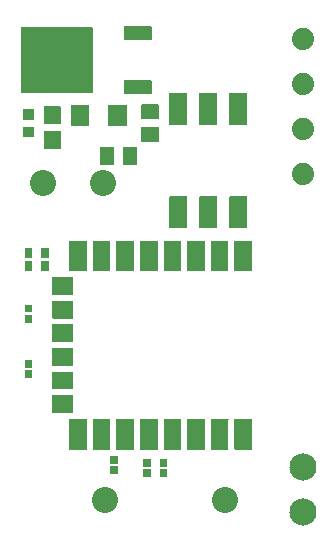
<source format=gts>
G04 Layer: TopSolderMaskLayer*
G04 EasyEDA v6.5.5, 2022-07-05 01:29:27*
G04 53968c1b96fc4b8a88d45afed03194a1,2d51f53f3cf64b0da7006fab460d3095,10*
G04 Gerber Generator version 0.2*
G04 Scale: 100 percent, Rotated: No, Reflected: No *
G04 Dimensions in millimeters *
G04 leading zeros omitted , absolute positions ,4 integer and 5 decimal *
%FSLAX45Y45*%
%MOMM*%

%ADD35C,1.8796*%
%ADD36C,2.3016*%
%ADD46C,2.2032*%

%LPD*%
G36*
X1075499Y4964937D02*
G01*
X1073975Y4965174D01*
X1072451Y4965936D01*
X1071435Y4966952D01*
X1070673Y4968476D01*
X1070419Y4970000D01*
X1070355Y4970018D01*
X1070355Y5110987D01*
X1070419Y5111000D01*
X1070673Y5112524D01*
X1071435Y5114048D01*
X1072451Y5115064D01*
X1073975Y5115826D01*
X1075499Y5116068D01*
X1210500Y5116068D01*
X1212024Y5115826D01*
X1213548Y5115064D01*
X1214564Y5114048D01*
X1215326Y5112524D01*
X1215580Y5111000D01*
X1215644Y5110987D01*
X1215644Y4970018D01*
X1215580Y4970000D01*
X1215326Y4968476D01*
X1214564Y4966952D01*
X1213548Y4965936D01*
X1212024Y4965174D01*
X1210500Y4964937D01*
G37*
G36*
X1075499Y5170931D02*
G01*
X1073975Y5171173D01*
X1072451Y5171935D01*
X1071435Y5172951D01*
X1070673Y5174475D01*
X1070419Y5175999D01*
X1070355Y5176012D01*
X1070355Y5316981D01*
X1070419Y5316999D01*
X1070673Y5318523D01*
X1071435Y5320047D01*
X1072451Y5321063D01*
X1073975Y5321825D01*
X1075499Y5322062D01*
X1210500Y5322062D01*
X1212024Y5321825D01*
X1213548Y5321063D01*
X1214564Y5320047D01*
X1215326Y5318523D01*
X1215580Y5316999D01*
X1215644Y5316981D01*
X1215644Y5176012D01*
X1215580Y5175999D01*
X1215326Y5174475D01*
X1214564Y5172951D01*
X1213548Y5171935D01*
X1212024Y5171173D01*
X1210500Y5170931D01*
G37*
G36*
X1621701Y5153619D02*
G01*
X1620177Y5153873D01*
X1618653Y5154635D01*
X1617637Y5155651D01*
X1616875Y5157175D01*
X1616621Y5158699D01*
X1616710Y5158739D01*
X1616710Y5331460D01*
X1616621Y5331500D01*
X1616875Y5333024D01*
X1617637Y5334548D01*
X1618653Y5335564D01*
X1620177Y5336326D01*
X1621701Y5336580D01*
X1621789Y5336539D01*
X1770126Y5336539D01*
X1770199Y5336580D01*
X1771723Y5336326D01*
X1773247Y5335564D01*
X1774263Y5334548D01*
X1775025Y5333024D01*
X1775279Y5331500D01*
X1775205Y5331460D01*
X1775205Y5158739D01*
X1775279Y5158699D01*
X1775025Y5157175D01*
X1774263Y5155651D01*
X1773247Y5154635D01*
X1771723Y5153873D01*
X1770199Y5153619D01*
X1770126Y5153660D01*
X1621789Y5153660D01*
G37*
G36*
X1303200Y5153619D02*
G01*
X1301676Y5153873D01*
X1300152Y5154635D01*
X1299136Y5155651D01*
X1298374Y5157175D01*
X1298120Y5158699D01*
X1298194Y5158739D01*
X1298194Y5331460D01*
X1298120Y5331500D01*
X1298374Y5333024D01*
X1299136Y5334548D01*
X1300152Y5335564D01*
X1301676Y5336326D01*
X1303200Y5336580D01*
X1303273Y5336539D01*
X1451610Y5336539D01*
X1451698Y5336580D01*
X1453222Y5336326D01*
X1454746Y5335564D01*
X1455762Y5334548D01*
X1456524Y5333024D01*
X1456778Y5331500D01*
X1456689Y5331460D01*
X1456689Y5158739D01*
X1456778Y5158699D01*
X1456524Y5157175D01*
X1455762Y5155651D01*
X1454746Y5154635D01*
X1453222Y5153873D01*
X1451698Y5153619D01*
X1451610Y5153660D01*
X1303273Y5153660D01*
G37*
G36*
X912799Y3926809D02*
G01*
X911275Y3927063D01*
X909751Y3927825D01*
X908735Y3928841D01*
X907973Y3930365D01*
X907719Y3931889D01*
X907795Y3931920D01*
X907795Y4010913D01*
X907719Y4010898D01*
X907973Y4012422D01*
X908735Y4013946D01*
X909751Y4014962D01*
X911275Y4015724D01*
X912799Y4015978D01*
X912876Y4015994D01*
X966723Y4015994D01*
X966800Y4015978D01*
X968324Y4015724D01*
X969848Y4014962D01*
X970864Y4013946D01*
X971626Y4012422D01*
X971880Y4010898D01*
X971804Y4010913D01*
X971804Y3931920D01*
X971880Y3931889D01*
X971626Y3930365D01*
X970864Y3928841D01*
X969848Y3927825D01*
X968324Y3927063D01*
X966800Y3926809D01*
X966723Y3926839D01*
X912876Y3926839D01*
G37*
G36*
X912876Y4035805D02*
G01*
X912799Y4035821D01*
X911275Y4036075D01*
X909751Y4036837D01*
X908735Y4037853D01*
X907973Y4039377D01*
X907719Y4040901D01*
X907795Y4040886D01*
X907795Y4119879D01*
X907719Y4119910D01*
X907973Y4121434D01*
X908735Y4122958D01*
X909751Y4123974D01*
X911275Y4124736D01*
X912799Y4124990D01*
X912876Y4124960D01*
X966723Y4124960D01*
X966800Y4124990D01*
X968324Y4124736D01*
X969848Y4123974D01*
X970864Y4122958D01*
X971626Y4121434D01*
X971880Y4119910D01*
X971804Y4119879D01*
X971804Y4040886D01*
X971880Y4040901D01*
X971626Y4039377D01*
X970864Y4037853D01*
X969848Y4036837D01*
X968324Y4036075D01*
X966800Y4035821D01*
X966723Y4035805D01*
G37*
G36*
X1052499Y3926809D02*
G01*
X1050975Y3927063D01*
X1049451Y3927825D01*
X1048435Y3928841D01*
X1047673Y3930365D01*
X1047419Y3931889D01*
X1047495Y3931920D01*
X1047495Y4010913D01*
X1047419Y4010898D01*
X1047673Y4012422D01*
X1048435Y4013946D01*
X1049451Y4014962D01*
X1050975Y4015724D01*
X1052499Y4015978D01*
X1052576Y4015994D01*
X1106423Y4015994D01*
X1106500Y4015978D01*
X1108024Y4015724D01*
X1109548Y4014962D01*
X1110564Y4013946D01*
X1111326Y4012422D01*
X1111580Y4010898D01*
X1111504Y4010913D01*
X1111504Y3931920D01*
X1111580Y3931889D01*
X1111326Y3930365D01*
X1110564Y3928841D01*
X1109548Y3927825D01*
X1108024Y3927063D01*
X1106500Y3926809D01*
X1106423Y3926839D01*
X1052576Y3926839D01*
G37*
G36*
X1052576Y4035805D02*
G01*
X1052499Y4035821D01*
X1050975Y4036075D01*
X1049451Y4036837D01*
X1048435Y4037853D01*
X1047673Y4039377D01*
X1047419Y4040901D01*
X1047495Y4040886D01*
X1047495Y4119879D01*
X1047419Y4119910D01*
X1047673Y4121434D01*
X1048435Y4122958D01*
X1049451Y4123974D01*
X1050975Y4124736D01*
X1052499Y4124990D01*
X1052576Y4124960D01*
X1106423Y4124960D01*
X1106500Y4124990D01*
X1108024Y4124736D01*
X1109548Y4123974D01*
X1110564Y4122958D01*
X1111326Y4121434D01*
X1111580Y4119910D01*
X1111504Y4119879D01*
X1111504Y4040886D01*
X1111580Y4040901D01*
X1111326Y4039377D01*
X1110564Y4037853D01*
X1109548Y4036837D01*
X1108024Y4036075D01*
X1106500Y4035821D01*
X1106423Y4035805D01*
G37*
D35*
G01*
X3263900Y4749800D03*
G01*
X3263900Y5892800D03*
G01*
X3263900Y5511800D03*
G01*
X3263900Y5130800D03*
D36*
G01*
X3263900Y2273300D03*
G01*
X3263900Y1892300D03*
G36*
X1755658Y5427370D02*
G01*
X1754134Y5427624D01*
X1752610Y5428386D01*
X1751594Y5429402D01*
X1750832Y5430926D01*
X1750578Y5432450D01*
X1750568Y5432552D01*
X1750568Y5539486D01*
X1750578Y5539549D01*
X1750832Y5541073D01*
X1751594Y5542597D01*
X1752610Y5543613D01*
X1754134Y5544375D01*
X1755658Y5544629D01*
X1755647Y5544565D01*
X1977897Y5544565D01*
X1977908Y5544629D01*
X1979432Y5544375D01*
X1980956Y5543613D01*
X1981972Y5542597D01*
X1982734Y5541073D01*
X1982988Y5539549D01*
X1982977Y5539486D01*
X1982977Y5432552D01*
X1982988Y5432450D01*
X1982734Y5430926D01*
X1981972Y5429402D01*
X1980956Y5428386D01*
X1979432Y5427624D01*
X1977908Y5427370D01*
X1977897Y5427471D01*
X1755647Y5427471D01*
G37*
G36*
X1755658Y5885370D02*
G01*
X1754134Y5885624D01*
X1752610Y5886386D01*
X1751594Y5887402D01*
X1750832Y5888926D01*
X1750578Y5890450D01*
X1750568Y5890513D01*
X1750568Y5997447D01*
X1750578Y5997549D01*
X1750832Y5999073D01*
X1751594Y6000597D01*
X1752610Y6001613D01*
X1754134Y6002375D01*
X1755658Y6002629D01*
X1755647Y6002528D01*
X1977897Y6002528D01*
X1977908Y6002629D01*
X1979432Y6002375D01*
X1980956Y6001613D01*
X1981972Y6000597D01*
X1982734Y5999073D01*
X1982988Y5997549D01*
X1982977Y5997447D01*
X1982977Y5890513D01*
X1982988Y5890450D01*
X1982734Y5888926D01*
X1981972Y5887402D01*
X1980956Y5886386D01*
X1979432Y5885624D01*
X1977908Y5885370D01*
X1977897Y5885434D01*
X1755647Y5885434D01*
G37*
G36*
X884936Y5436870D02*
G01*
X885007Y5436920D01*
X883483Y5437174D01*
X881959Y5437936D01*
X880943Y5438952D01*
X880181Y5440476D01*
X879927Y5442000D01*
X879855Y5441950D01*
X879855Y5988050D01*
X879927Y5987999D01*
X880181Y5989523D01*
X880943Y5991047D01*
X881959Y5992063D01*
X883483Y5992825D01*
X885007Y5993079D01*
X884936Y5993129D01*
X1477518Y5993129D01*
X1477457Y5993079D01*
X1478981Y5992825D01*
X1480505Y5992063D01*
X1481521Y5991047D01*
X1482283Y5989523D01*
X1482537Y5987999D01*
X1482597Y5988050D01*
X1482597Y5441950D01*
X1482537Y5442000D01*
X1482283Y5440476D01*
X1481521Y5438952D01*
X1480505Y5437936D01*
X1478981Y5437174D01*
X1477457Y5436920D01*
X1477518Y5436870D01*
G37*
G36*
X1548546Y4828270D02*
G01*
X1547022Y4828524D01*
X1545498Y4829286D01*
X1544482Y4830302D01*
X1543720Y4831826D01*
X1543466Y4833350D01*
X1543557Y4833365D01*
X1543557Y4971034D01*
X1543466Y4971049D01*
X1543720Y4972573D01*
X1544482Y4974097D01*
X1545498Y4975113D01*
X1547022Y4975875D01*
X1548546Y4976129D01*
X1548637Y4976113D01*
X1661800Y4976113D01*
X1663324Y4975875D01*
X1664848Y4975113D01*
X1665864Y4974097D01*
X1666626Y4972573D01*
X1666880Y4971049D01*
X1667002Y4971034D01*
X1667002Y4833365D01*
X1666880Y4833350D01*
X1666626Y4831826D01*
X1665864Y4830302D01*
X1664848Y4829286D01*
X1663324Y4828524D01*
X1661800Y4828286D01*
X1548637Y4828286D01*
G37*
G36*
X1855053Y4828270D02*
G01*
X1854962Y4828286D01*
X1741799Y4828286D01*
X1740275Y4828524D01*
X1738751Y4829286D01*
X1737735Y4830302D01*
X1736973Y4831826D01*
X1736719Y4833350D01*
X1736597Y4833365D01*
X1736597Y4971034D01*
X1736719Y4971049D01*
X1736973Y4972573D01*
X1737735Y4974097D01*
X1738751Y4975113D01*
X1740275Y4975875D01*
X1741799Y4976113D01*
X1854962Y4976113D01*
X1855053Y4976129D01*
X1856577Y4975875D01*
X1858101Y4975113D01*
X1859117Y4974097D01*
X1859879Y4972573D01*
X1860133Y4971049D01*
X1860042Y4971034D01*
X1860042Y4833365D01*
X1860133Y4833350D01*
X1859879Y4831826D01*
X1859117Y4830302D01*
X1858101Y4829286D01*
X1856577Y4828524D01*
G37*
G36*
X1899650Y5023266D02*
G01*
X1898126Y5023520D01*
X1896602Y5024282D01*
X1895586Y5025298D01*
X1894824Y5026822D01*
X1894570Y5028346D01*
X1894586Y5028437D01*
X1894586Y5141721D01*
X1894824Y5143124D01*
X1895586Y5144648D01*
X1896602Y5145664D01*
X1898126Y5146426D01*
X1899650Y5146680D01*
X1899665Y5146802D01*
X2037334Y5146802D01*
X2037349Y5146680D01*
X2038873Y5146426D01*
X2040397Y5145664D01*
X2041413Y5144648D01*
X2042175Y5143124D01*
X2042413Y5141721D01*
X2042413Y5028437D01*
X2042429Y5028346D01*
X2042175Y5026822D01*
X2041413Y5025298D01*
X2040397Y5024282D01*
X2038873Y5023520D01*
X2037349Y5023266D01*
X2037334Y5023357D01*
X1899665Y5023357D01*
G37*
G36*
X1899665Y5216397D02*
G01*
X1899650Y5216519D01*
X1898126Y5216773D01*
X1896602Y5217535D01*
X1895586Y5218551D01*
X1894824Y5220075D01*
X1894570Y5221599D01*
X1894586Y5221478D01*
X1894586Y5334762D01*
X1894570Y5334853D01*
X1894824Y5336377D01*
X1895586Y5337901D01*
X1896602Y5338917D01*
X1898126Y5339679D01*
X1899650Y5339933D01*
X1899665Y5339842D01*
X2037334Y5339842D01*
X2037349Y5339933D01*
X2038873Y5339679D01*
X2040397Y5338917D01*
X2041413Y5337901D01*
X2042175Y5336377D01*
X2042429Y5334853D01*
X2042413Y5334762D01*
X2042413Y5221478D01*
X2042429Y5221599D01*
X2042175Y5220075D01*
X2041413Y5218551D01*
X2040397Y5217535D01*
X2038873Y5216773D01*
X2037349Y5216519D01*
X2037334Y5216397D01*
G37*
G36*
X896599Y5211521D02*
G01*
X895075Y5211775D01*
X893551Y5212537D01*
X892535Y5213553D01*
X891773Y5215077D01*
X891519Y5216601D01*
X891539Y5216652D01*
X891539Y5297170D01*
X891519Y5297248D01*
X891773Y5298772D01*
X892535Y5300296D01*
X893551Y5301312D01*
X895075Y5302074D01*
X896599Y5302328D01*
X896620Y5302250D01*
X982979Y5302250D01*
X983000Y5302328D01*
X984524Y5302074D01*
X986048Y5301312D01*
X987064Y5300296D01*
X987826Y5298772D01*
X988080Y5297248D01*
X988060Y5297170D01*
X988060Y5216652D01*
X988080Y5216601D01*
X987826Y5215077D01*
X987064Y5213553D01*
X986048Y5212537D01*
X984524Y5211775D01*
X983000Y5211521D01*
X982979Y5211571D01*
X896620Y5211571D01*
G37*
G36*
X896599Y5060871D02*
G01*
X895075Y5061125D01*
X893551Y5061887D01*
X892535Y5062903D01*
X891773Y5064427D01*
X891519Y5065951D01*
X891539Y5066029D01*
X891539Y5146547D01*
X891519Y5146598D01*
X891773Y5148122D01*
X892535Y5149646D01*
X893551Y5150662D01*
X895075Y5151424D01*
X896599Y5151678D01*
X896620Y5151628D01*
X982979Y5151628D01*
X983000Y5151678D01*
X984524Y5151424D01*
X986048Y5150662D01*
X987064Y5149646D01*
X987826Y5148122D01*
X988080Y5146598D01*
X988060Y5146547D01*
X988060Y5066029D01*
X988080Y5065951D01*
X987826Y5064427D01*
X987064Y5062903D01*
X986048Y5061887D01*
X984524Y5061125D01*
X983000Y5060871D01*
X982979Y5060950D01*
X896620Y5060950D01*
G37*
G36*
X1916176Y2183892D02*
G01*
X1916099Y2183955D01*
X1914575Y2184209D01*
X1913051Y2184971D01*
X1912035Y2185987D01*
X1911273Y2187511D01*
X1911019Y2189035D01*
X1911095Y2188971D01*
X1911095Y2245613D01*
X1911019Y2245598D01*
X1911273Y2247122D01*
X1912035Y2248646D01*
X1913051Y2249662D01*
X1914575Y2250424D01*
X1916099Y2250678D01*
X1916176Y2250694D01*
X1970024Y2250694D01*
X1970100Y2250678D01*
X1971624Y2250424D01*
X1973148Y2249662D01*
X1974164Y2248646D01*
X1974926Y2247122D01*
X1975180Y2245598D01*
X1975104Y2245613D01*
X1975104Y2188971D01*
X1975180Y2189035D01*
X1974926Y2187511D01*
X1974164Y2185987D01*
X1973148Y2184971D01*
X1971624Y2184209D01*
X1970100Y2183955D01*
X1970024Y2183892D01*
G37*
G36*
X1916176Y2270505D02*
G01*
X1916099Y2270521D01*
X1914575Y2270775D01*
X1913051Y2271537D01*
X1912035Y2272553D01*
X1911273Y2274077D01*
X1911019Y2275601D01*
X1911095Y2275586D01*
X1911095Y2332228D01*
X1911019Y2332164D01*
X1911273Y2333688D01*
X1912035Y2335212D01*
X1913051Y2336228D01*
X1914575Y2336990D01*
X1916099Y2337244D01*
X1916176Y2337307D01*
X1970024Y2337307D01*
X1970100Y2337244D01*
X1971624Y2336990D01*
X1973148Y2336228D01*
X1974164Y2335212D01*
X1974926Y2333688D01*
X1975180Y2332164D01*
X1975104Y2332228D01*
X1975104Y2275586D01*
X1975180Y2275601D01*
X1974926Y2274077D01*
X1974164Y2272553D01*
X1973148Y2271537D01*
X1971624Y2270775D01*
X1970100Y2270521D01*
X1970024Y2270505D01*
G37*
G36*
X912876Y3578605D02*
G01*
X912799Y3578621D01*
X911275Y3578875D01*
X909751Y3579637D01*
X908735Y3580653D01*
X907973Y3582177D01*
X907719Y3583701D01*
X907795Y3583686D01*
X907795Y3640328D01*
X907719Y3640264D01*
X907973Y3641788D01*
X908735Y3643312D01*
X909751Y3644328D01*
X911275Y3645090D01*
X912799Y3645344D01*
X912876Y3645407D01*
X966723Y3645407D01*
X966800Y3645344D01*
X968324Y3645090D01*
X969848Y3644328D01*
X970864Y3643312D01*
X971626Y3641788D01*
X971880Y3640264D01*
X971804Y3640328D01*
X971804Y3583686D01*
X971880Y3583701D01*
X971626Y3582177D01*
X970864Y3580653D01*
X969848Y3579637D01*
X968324Y3578875D01*
X966800Y3578621D01*
X966723Y3578605D01*
G37*
G36*
X912876Y3491992D02*
G01*
X912799Y3492055D01*
X911275Y3492309D01*
X909751Y3493071D01*
X908735Y3494087D01*
X907973Y3495611D01*
X907719Y3497135D01*
X907795Y3497071D01*
X907795Y3553713D01*
X907719Y3553698D01*
X907973Y3555222D01*
X908735Y3556746D01*
X909751Y3557762D01*
X911275Y3558524D01*
X912799Y3558778D01*
X912876Y3558794D01*
X966723Y3558794D01*
X966800Y3558778D01*
X968324Y3558524D01*
X969848Y3557762D01*
X970864Y3556746D01*
X971626Y3555222D01*
X971880Y3553698D01*
X971804Y3553713D01*
X971804Y3497071D01*
X971880Y3497135D01*
X971626Y3495611D01*
X970864Y3494087D01*
X969848Y3493071D01*
X968324Y3492309D01*
X966800Y3492055D01*
X966723Y3491992D01*
G37*
G36*
X912876Y3108705D02*
G01*
X912799Y3108721D01*
X911275Y3108975D01*
X909751Y3109737D01*
X908735Y3110753D01*
X907973Y3112277D01*
X907719Y3113801D01*
X907795Y3113786D01*
X907795Y3170428D01*
X907719Y3170364D01*
X907973Y3171888D01*
X908735Y3173412D01*
X909751Y3174428D01*
X911275Y3175190D01*
X912799Y3175444D01*
X912876Y3175507D01*
X966723Y3175507D01*
X966800Y3175444D01*
X968324Y3175190D01*
X969848Y3174428D01*
X970864Y3173412D01*
X971626Y3171888D01*
X971880Y3170364D01*
X971804Y3170428D01*
X971804Y3113786D01*
X971880Y3113801D01*
X971626Y3112277D01*
X970864Y3110753D01*
X969848Y3109737D01*
X968324Y3108975D01*
X966800Y3108721D01*
X966723Y3108705D01*
G37*
G36*
X912876Y3022092D02*
G01*
X912799Y3022155D01*
X911275Y3022409D01*
X909751Y3023171D01*
X908735Y3024187D01*
X907973Y3025711D01*
X907719Y3027235D01*
X907795Y3027171D01*
X907795Y3083813D01*
X907719Y3083798D01*
X907973Y3085322D01*
X908735Y3086846D01*
X909751Y3087862D01*
X911275Y3088624D01*
X912799Y3088878D01*
X912876Y3088894D01*
X966723Y3088894D01*
X966800Y3088878D01*
X968324Y3088624D01*
X969848Y3087862D01*
X970864Y3086846D01*
X971626Y3085322D01*
X971880Y3083798D01*
X971804Y3083813D01*
X971804Y3027171D01*
X971880Y3027235D01*
X971626Y3025711D01*
X970864Y3024187D01*
X969848Y3023171D01*
X968324Y3022409D01*
X966800Y3022155D01*
X966723Y3022092D01*
G37*
G36*
X2055875Y2183892D02*
G01*
X2055799Y2183955D01*
X2054275Y2184209D01*
X2052751Y2184971D01*
X2051735Y2185987D01*
X2050973Y2187511D01*
X2050719Y2189035D01*
X2050795Y2188971D01*
X2050795Y2245613D01*
X2050719Y2245598D01*
X2050973Y2247122D01*
X2051735Y2248646D01*
X2052751Y2249662D01*
X2054275Y2250424D01*
X2055799Y2250678D01*
X2055875Y2250694D01*
X2109724Y2250694D01*
X2109800Y2250678D01*
X2111324Y2250424D01*
X2112848Y2249662D01*
X2113864Y2248646D01*
X2114626Y2247122D01*
X2114880Y2245598D01*
X2114804Y2245613D01*
X2114804Y2188971D01*
X2114880Y2189035D01*
X2114626Y2187511D01*
X2113864Y2185987D01*
X2112848Y2184971D01*
X2111324Y2184209D01*
X2109800Y2183955D01*
X2109724Y2183892D01*
G37*
G36*
X2055875Y2270505D02*
G01*
X2055799Y2270521D01*
X2054275Y2270775D01*
X2052751Y2271537D01*
X2051735Y2272553D01*
X2050973Y2274077D01*
X2050719Y2275601D01*
X2050795Y2275586D01*
X2050795Y2332228D01*
X2050719Y2332164D01*
X2050973Y2333688D01*
X2051735Y2335212D01*
X2052751Y2336228D01*
X2054275Y2336990D01*
X2055799Y2337244D01*
X2055875Y2337307D01*
X2109724Y2337307D01*
X2109800Y2337244D01*
X2111324Y2336990D01*
X2112848Y2336228D01*
X2113864Y2335212D01*
X2114626Y2333688D01*
X2114880Y2332164D01*
X2114804Y2332228D01*
X2114804Y2275586D01*
X2114880Y2275601D01*
X2114626Y2274077D01*
X2113864Y2272553D01*
X2112848Y2271537D01*
X2111324Y2270775D01*
X2109800Y2270521D01*
X2109724Y2270505D01*
G37*
G36*
X1636776Y2295905D02*
G01*
X1636699Y2295921D01*
X1635175Y2296175D01*
X1633651Y2296937D01*
X1632635Y2297953D01*
X1631873Y2299477D01*
X1631619Y2301001D01*
X1631695Y2300986D01*
X1631695Y2357628D01*
X1631619Y2357564D01*
X1631873Y2359088D01*
X1632635Y2360612D01*
X1633651Y2361628D01*
X1635175Y2362390D01*
X1636699Y2362644D01*
X1636776Y2362707D01*
X1690623Y2362707D01*
X1690700Y2362644D01*
X1692224Y2362390D01*
X1693748Y2361628D01*
X1694764Y2360612D01*
X1695526Y2359088D01*
X1695780Y2357564D01*
X1695704Y2357628D01*
X1695704Y2300986D01*
X1695780Y2301001D01*
X1695526Y2299477D01*
X1694764Y2297953D01*
X1693748Y2296937D01*
X1692224Y2296175D01*
X1690700Y2295921D01*
X1690623Y2295905D01*
G37*
G36*
X1636776Y2209292D02*
G01*
X1636699Y2209355D01*
X1635175Y2209609D01*
X1633651Y2210371D01*
X1632635Y2211387D01*
X1631873Y2212911D01*
X1631619Y2214435D01*
X1631695Y2214371D01*
X1631695Y2271013D01*
X1631619Y2270998D01*
X1631873Y2272522D01*
X1632635Y2274046D01*
X1633651Y2275062D01*
X1635175Y2275824D01*
X1636699Y2276078D01*
X1636776Y2276094D01*
X1690623Y2276094D01*
X1690700Y2276078D01*
X1692224Y2275824D01*
X1693748Y2275062D01*
X1694764Y2274046D01*
X1695526Y2272522D01*
X1695780Y2270998D01*
X1695704Y2271013D01*
X1695704Y2214371D01*
X1695780Y2214435D01*
X1695526Y2212911D01*
X1694764Y2211387D01*
X1693748Y2210371D01*
X1692224Y2209609D01*
X1690700Y2209355D01*
X1690623Y2209292D01*
G37*
G36*
X2688843Y2416810D02*
G01*
X2688955Y2416845D01*
X2687431Y2417099D01*
X2685907Y2417861D01*
X2684891Y2418877D01*
X2684129Y2420401D01*
X2683875Y2421925D01*
X2683763Y2421889D01*
X2683763Y2671826D01*
X2683875Y2671927D01*
X2684129Y2673451D01*
X2684891Y2674975D01*
X2685907Y2675991D01*
X2687431Y2676753D01*
X2688955Y2677007D01*
X2688843Y2676905D01*
X2829052Y2676905D01*
X2828955Y2677007D01*
X2830479Y2676753D01*
X2832003Y2675991D01*
X2833019Y2674975D01*
X2833781Y2673451D01*
X2834035Y2671927D01*
X2834131Y2671826D01*
X2834131Y2421889D01*
X2834035Y2421925D01*
X2833781Y2420401D01*
X2833019Y2418877D01*
X2832003Y2417861D01*
X2830479Y2417099D01*
X2828955Y2416845D01*
X2829052Y2416810D01*
G37*
G36*
X2488945Y2416810D02*
G01*
X2488956Y2416870D01*
X2487432Y2417124D01*
X2485908Y2417886D01*
X2484892Y2418902D01*
X2484130Y2420426D01*
X2483876Y2421950D01*
X2483865Y2421889D01*
X2483865Y2671826D01*
X2483876Y2671953D01*
X2484130Y2673477D01*
X2484892Y2675001D01*
X2485908Y2676017D01*
X2487432Y2676779D01*
X2488956Y2677032D01*
X2488945Y2676905D01*
X2628900Y2676905D01*
X2628955Y2677032D01*
X2630479Y2676779D01*
X2632003Y2676017D01*
X2633019Y2675001D01*
X2633781Y2673477D01*
X2634035Y2671953D01*
X2633979Y2671826D01*
X2633979Y2421889D01*
X2634035Y2421950D01*
X2633781Y2420426D01*
X2633019Y2418902D01*
X2632003Y2417886D01*
X2630479Y2417124D01*
X2628955Y2416870D01*
X2628900Y2416810D01*
G37*
G36*
X2289047Y2416810D02*
G01*
X2288956Y2416845D01*
X2287432Y2417099D01*
X2285908Y2417861D01*
X2284892Y2418877D01*
X2284130Y2420401D01*
X2283876Y2421925D01*
X2283968Y2421889D01*
X2283968Y2671826D01*
X2283876Y2671927D01*
X2284130Y2673451D01*
X2284892Y2674975D01*
X2285908Y2675991D01*
X2287432Y2676753D01*
X2288956Y2677007D01*
X2289047Y2676905D01*
X2429002Y2676905D01*
X2428956Y2677007D01*
X2430480Y2676753D01*
X2432004Y2675991D01*
X2433020Y2674975D01*
X2433782Y2673451D01*
X2434036Y2671927D01*
X2434081Y2671826D01*
X2434081Y2421889D01*
X2434036Y2421925D01*
X2433782Y2420401D01*
X2433020Y2418877D01*
X2432004Y2417861D01*
X2430480Y2417099D01*
X2428956Y2416845D01*
X2429002Y2416810D01*
G37*
G36*
X2088895Y2416810D02*
G01*
X2088956Y2416921D01*
X2087432Y2417175D01*
X2085908Y2417937D01*
X2084892Y2418953D01*
X2084130Y2420477D01*
X2083876Y2422001D01*
X2083815Y2421889D01*
X2083815Y2672079D01*
X2083876Y2672003D01*
X2084130Y2673527D01*
X2084892Y2675051D01*
X2085908Y2676067D01*
X2087432Y2676829D01*
X2088956Y2677083D01*
X2088895Y2677160D01*
X2228850Y2677160D01*
X2228956Y2677083D01*
X2230480Y2676829D01*
X2232004Y2676067D01*
X2233020Y2675051D01*
X2233782Y2673527D01*
X2234036Y2672003D01*
X2233929Y2672079D01*
X2233929Y2421889D01*
X2234036Y2422001D01*
X2233782Y2420477D01*
X2233020Y2418953D01*
X2232004Y2417937D01*
X2230480Y2417175D01*
X2228956Y2416921D01*
X2228850Y2416810D01*
G37*
G36*
X1888997Y2416810D02*
G01*
X1888957Y2416845D01*
X1887433Y2417099D01*
X1885909Y2417861D01*
X1884893Y2418877D01*
X1884131Y2420401D01*
X1883877Y2421925D01*
X1883918Y2421889D01*
X1883918Y2671826D01*
X1883877Y2671927D01*
X1884131Y2673451D01*
X1884893Y2674975D01*
X1885909Y2675991D01*
X1887433Y2676753D01*
X1888957Y2677007D01*
X1888997Y2676905D01*
X2028952Y2676905D01*
X2028957Y2677007D01*
X2030481Y2676753D01*
X2032005Y2675991D01*
X2033021Y2674975D01*
X2033783Y2673451D01*
X2034037Y2671927D01*
X2034031Y2671826D01*
X2034031Y2421889D01*
X2034037Y2421925D01*
X2033783Y2420401D01*
X2033021Y2418877D01*
X2032005Y2417861D01*
X2030481Y2417099D01*
X2028957Y2416845D01*
X2028952Y2416810D01*
G37*
G36*
X1688957Y2416769D02*
G01*
X1687433Y2417023D01*
X1685909Y2417785D01*
X1684893Y2418801D01*
X1684131Y2420325D01*
X1683877Y2421849D01*
X1683765Y2421889D01*
X1683765Y2671826D01*
X1683877Y2671851D01*
X1684131Y2673375D01*
X1684893Y2674899D01*
X1685909Y2675915D01*
X1687433Y2676677D01*
X1688957Y2676931D01*
X1688845Y2676905D01*
X1829054Y2676905D01*
X1828957Y2676931D01*
X1830481Y2676677D01*
X1832005Y2675915D01*
X1833021Y2674899D01*
X1833783Y2673375D01*
X1834037Y2671851D01*
X1834134Y2671826D01*
X1834134Y2421889D01*
X1834037Y2421849D01*
X1833783Y2420325D01*
X1833021Y2418801D01*
X1832005Y2417785D01*
X1830481Y2417023D01*
X1828957Y2416769D01*
X1829054Y2416810D01*
X1688845Y2416810D01*
G37*
G36*
X1488947Y2416810D02*
G01*
X1488958Y2416896D01*
X1487434Y2417150D01*
X1485910Y2417912D01*
X1484894Y2418928D01*
X1484132Y2420452D01*
X1483878Y2421976D01*
X1483868Y2421889D01*
X1483868Y2672079D01*
X1483878Y2671978D01*
X1484132Y2673502D01*
X1484894Y2675026D01*
X1485910Y2676042D01*
X1487434Y2676804D01*
X1488958Y2677058D01*
X1488947Y2677160D01*
X1628902Y2677160D01*
X1628957Y2677058D01*
X1630481Y2676804D01*
X1632005Y2676042D01*
X1633021Y2675026D01*
X1633783Y2673502D01*
X1634037Y2671978D01*
X1633981Y2672079D01*
X1633981Y2421889D01*
X1634037Y2421976D01*
X1633783Y2420452D01*
X1633021Y2418928D01*
X1632005Y2417912D01*
X1630481Y2417150D01*
X1628957Y2416896D01*
X1628902Y2416810D01*
G37*
G36*
X1288958Y2417048D02*
G01*
X1287434Y2417302D01*
X1285910Y2418064D01*
X1284894Y2419080D01*
X1284132Y2420604D01*
X1283878Y2422128D01*
X1283970Y2422144D01*
X1283970Y2672079D01*
X1283878Y2672130D01*
X1284132Y2673654D01*
X1284894Y2675178D01*
X1285910Y2676194D01*
X1287434Y2676956D01*
X1288958Y2677210D01*
X1289050Y2677160D01*
X1429004Y2677160D01*
X1428958Y2677210D01*
X1430482Y2676956D01*
X1432006Y2676194D01*
X1433022Y2675178D01*
X1433784Y2673654D01*
X1434038Y2672130D01*
X1434084Y2672079D01*
X1434084Y2422144D01*
X1434038Y2422128D01*
X1433784Y2420604D01*
X1433022Y2419080D01*
X1432006Y2418064D01*
X1430482Y2417302D01*
X1428958Y2417063D01*
X1289050Y2417063D01*
G37*
G36*
X1143762Y2727197D02*
G01*
X1143868Y2727251D01*
X1142344Y2727505D01*
X1140820Y2728267D01*
X1139804Y2729283D01*
X1139042Y2730807D01*
X1138788Y2732331D01*
X1138681Y2732278D01*
X1138681Y2872231D01*
X1138788Y2872331D01*
X1139042Y2873855D01*
X1139804Y2875379D01*
X1140820Y2876395D01*
X1142344Y2877157D01*
X1143868Y2877411D01*
X1143762Y2877312D01*
X1313942Y2877312D01*
X1313870Y2877411D01*
X1315394Y2877157D01*
X1316918Y2876395D01*
X1317934Y2875379D01*
X1318696Y2873855D01*
X1318950Y2872331D01*
X1319021Y2872231D01*
X1319021Y2732278D01*
X1318950Y2732331D01*
X1318696Y2730807D01*
X1317934Y2729283D01*
X1316918Y2728267D01*
X1315394Y2727505D01*
X1313870Y2727251D01*
X1313942Y2727197D01*
G37*
G36*
X1143944Y2927250D02*
G01*
X1142420Y2927504D01*
X1140896Y2928266D01*
X1139880Y2929282D01*
X1139118Y2930806D01*
X1138864Y2932330D01*
X1138936Y2932429D01*
X1138936Y3072384D01*
X1138864Y3072330D01*
X1139118Y3073854D01*
X1139880Y3075378D01*
X1140896Y3076394D01*
X1142420Y3077156D01*
X1143944Y3077410D01*
X1144015Y3077463D01*
X1313942Y3077463D01*
X1313947Y3077410D01*
X1315471Y3077156D01*
X1316995Y3076394D01*
X1318011Y3075378D01*
X1318773Y3073854D01*
X1319021Y3072384D01*
X1319021Y2932429D01*
X1319027Y2932330D01*
X1318773Y2930806D01*
X1318011Y2929282D01*
X1316995Y2928266D01*
X1315471Y2927504D01*
X1313947Y2927250D01*
X1313942Y2927350D01*
X1144015Y2927350D01*
G37*
G36*
X1143944Y3127174D02*
G01*
X1142420Y3127428D01*
X1140896Y3128190D01*
X1139880Y3129206D01*
X1139118Y3130730D01*
X1138864Y3132254D01*
X1138936Y3132328D01*
X1138936Y3272281D01*
X1138864Y3272254D01*
X1139118Y3273778D01*
X1139880Y3275302D01*
X1140896Y3276318D01*
X1142420Y3277080D01*
X1143944Y3277334D01*
X1144015Y3277362D01*
X1313942Y3277362D01*
X1313947Y3277334D01*
X1315471Y3277080D01*
X1316995Y3276318D01*
X1318011Y3275302D01*
X1318773Y3273778D01*
X1319027Y3272254D01*
X1319021Y3272281D01*
X1319021Y3132328D01*
X1319027Y3132254D01*
X1318773Y3130730D01*
X1318011Y3129206D01*
X1316995Y3128190D01*
X1315471Y3127428D01*
X1313947Y3127174D01*
X1313942Y3127247D01*
X1144015Y3127247D01*
G37*
G36*
X1144015Y3327145D02*
G01*
X1143944Y3327250D01*
X1142420Y3327504D01*
X1140896Y3328266D01*
X1139880Y3329282D01*
X1139118Y3330806D01*
X1138864Y3332330D01*
X1138936Y3332226D01*
X1138936Y3472434D01*
X1138864Y3472329D01*
X1139118Y3473853D01*
X1139880Y3475377D01*
X1140896Y3476393D01*
X1142420Y3477155D01*
X1143944Y3477409D01*
X1144015Y3477513D01*
X1313942Y3477513D01*
X1313947Y3477409D01*
X1315471Y3477155D01*
X1316995Y3476393D01*
X1318011Y3475377D01*
X1318773Y3473853D01*
X1319021Y3472434D01*
X1319021Y3332226D01*
X1319027Y3332330D01*
X1318773Y3330806D01*
X1318011Y3329282D01*
X1316995Y3328266D01*
X1315471Y3327504D01*
X1313947Y3327250D01*
X1313942Y3327145D01*
G37*
G36*
X1144015Y3527044D02*
G01*
X1143995Y3527122D01*
X1142471Y3527376D01*
X1140947Y3528138D01*
X1139931Y3529154D01*
X1139169Y3530678D01*
X1138915Y3532202D01*
X1138936Y3532123D01*
X1138936Y3672078D01*
X1138915Y3672202D01*
X1139169Y3673726D01*
X1139931Y3675250D01*
X1140947Y3676266D01*
X1142471Y3677028D01*
X1143995Y3677282D01*
X1144015Y3677157D01*
X1313942Y3677157D01*
X1313997Y3677282D01*
X1315521Y3677028D01*
X1317045Y3676266D01*
X1318061Y3675250D01*
X1318823Y3673726D01*
X1319077Y3672202D01*
X1319021Y3672078D01*
X1319021Y3532123D01*
X1319077Y3532202D01*
X1318823Y3530678D01*
X1318061Y3529154D01*
X1317045Y3528138D01*
X1315521Y3527376D01*
X1313997Y3527122D01*
X1313942Y3527044D01*
G37*
G36*
X1143843Y3726919D02*
G01*
X1142319Y3727173D01*
X1140795Y3727935D01*
X1139779Y3728951D01*
X1139017Y3730475D01*
X1138763Y3731999D01*
X1138681Y3732021D01*
X1138681Y3871976D01*
X1138763Y3871998D01*
X1139017Y3873522D01*
X1139779Y3875046D01*
X1140795Y3876062D01*
X1142319Y3876824D01*
X1143843Y3877078D01*
X1143762Y3877055D01*
X1313942Y3877055D01*
X1313845Y3877078D01*
X1315369Y3876824D01*
X1316893Y3876062D01*
X1317909Y3875046D01*
X1318671Y3873522D01*
X1318925Y3871998D01*
X1319021Y3871976D01*
X1319021Y3732021D01*
X1318925Y3731999D01*
X1318671Y3730475D01*
X1317909Y3728951D01*
X1316893Y3727935D01*
X1315369Y3727173D01*
X1313845Y3726919D01*
X1313942Y3726942D01*
X1143762Y3726942D01*
G37*
G36*
X1288958Y3926992D02*
G01*
X1287434Y3927246D01*
X1285910Y3928008D01*
X1284894Y3929024D01*
X1284132Y3930548D01*
X1283878Y3932072D01*
X1283970Y3932173D01*
X1283970Y4182110D01*
X1283878Y4182074D01*
X1284132Y4183598D01*
X1284894Y4185122D01*
X1285910Y4186138D01*
X1287434Y4186900D01*
X1288958Y4187154D01*
X1289050Y4187189D01*
X1429004Y4187189D01*
X1428958Y4187154D01*
X1430482Y4186900D01*
X1432006Y4186138D01*
X1433022Y4185122D01*
X1433784Y4183598D01*
X1434038Y4182074D01*
X1434084Y4182110D01*
X1434084Y3932173D01*
X1434038Y3932072D01*
X1433784Y3930548D01*
X1433022Y3929024D01*
X1432006Y3928008D01*
X1430482Y3927246D01*
X1428958Y3926992D01*
X1429004Y3927094D01*
X1289050Y3927094D01*
G37*
G36*
X1488958Y3927068D02*
G01*
X1487434Y3927322D01*
X1485910Y3928084D01*
X1484894Y3929100D01*
X1484132Y3930624D01*
X1483878Y3932148D01*
X1483868Y3932173D01*
X1483868Y4182110D01*
X1483878Y4182150D01*
X1484132Y4183674D01*
X1484894Y4185198D01*
X1485910Y4186214D01*
X1487434Y4186976D01*
X1488958Y4187230D01*
X1488947Y4187189D01*
X1628902Y4187189D01*
X1628957Y4187230D01*
X1630481Y4186976D01*
X1632005Y4186214D01*
X1633021Y4185198D01*
X1633783Y4183674D01*
X1634037Y4182150D01*
X1633981Y4182110D01*
X1633981Y3932173D01*
X1634037Y3932148D01*
X1633783Y3930624D01*
X1633021Y3929100D01*
X1632005Y3928084D01*
X1630481Y3927322D01*
X1628957Y3927068D01*
X1628902Y3927094D01*
X1488947Y3927094D01*
G37*
G36*
X1688957Y3927068D02*
G01*
X1687433Y3927322D01*
X1685909Y3928084D01*
X1684893Y3929100D01*
X1684131Y3930624D01*
X1683877Y3932148D01*
X1683765Y3932173D01*
X1683765Y4182110D01*
X1683877Y4182150D01*
X1684131Y4183674D01*
X1684893Y4185198D01*
X1685909Y4186214D01*
X1687433Y4186976D01*
X1688957Y4187230D01*
X1688845Y4187189D01*
X1829054Y4187189D01*
X1828957Y4187230D01*
X1830481Y4186976D01*
X1832005Y4186214D01*
X1833021Y4185198D01*
X1833783Y4183674D01*
X1834037Y4182150D01*
X1834134Y4182110D01*
X1834134Y3932173D01*
X1834037Y3932148D01*
X1833783Y3930624D01*
X1833021Y3929100D01*
X1832005Y3928084D01*
X1830481Y3927322D01*
X1828957Y3927068D01*
X1829054Y3927094D01*
X1688845Y3927094D01*
G37*
G36*
X1888957Y3927068D02*
G01*
X1887433Y3927322D01*
X1885909Y3928084D01*
X1884893Y3929100D01*
X1884131Y3930624D01*
X1883877Y3932148D01*
X1883918Y3932173D01*
X1883918Y4182110D01*
X1883877Y4182150D01*
X1884131Y4183674D01*
X1884893Y4185198D01*
X1885909Y4186214D01*
X1887433Y4186976D01*
X1888957Y4187230D01*
X1888997Y4187189D01*
X2028952Y4187189D01*
X2028957Y4187230D01*
X2030481Y4186976D01*
X2032005Y4186214D01*
X2033021Y4185198D01*
X2033783Y4183674D01*
X2034037Y4182150D01*
X2034031Y4182110D01*
X2034031Y3932173D01*
X2034037Y3932148D01*
X2033783Y3930624D01*
X2033021Y3929100D01*
X2032005Y3928084D01*
X2030481Y3927322D01*
X2028957Y3927068D01*
X2028952Y3927094D01*
X1888997Y3927094D01*
G37*
G36*
X2088956Y3927068D02*
G01*
X2087432Y3927322D01*
X2085908Y3928084D01*
X2084892Y3929100D01*
X2084130Y3930624D01*
X2083876Y3932148D01*
X2083815Y3932173D01*
X2083815Y4182110D01*
X2083876Y4182150D01*
X2084130Y4183674D01*
X2084892Y4185198D01*
X2085908Y4186214D01*
X2087432Y4186976D01*
X2088956Y4187230D01*
X2088895Y4187189D01*
X2228850Y4187189D01*
X2228956Y4187230D01*
X2230480Y4186976D01*
X2232004Y4186214D01*
X2233020Y4185198D01*
X2233782Y4183674D01*
X2234036Y4182150D01*
X2233929Y4182110D01*
X2233929Y3932173D01*
X2234036Y3932148D01*
X2233782Y3930624D01*
X2233020Y3929100D01*
X2232004Y3928084D01*
X2230480Y3927322D01*
X2228956Y3927068D01*
X2228850Y3927094D01*
X2088895Y3927094D01*
G37*
G36*
X2288956Y3927068D02*
G01*
X2287432Y3927322D01*
X2285908Y3928084D01*
X2284892Y3929100D01*
X2284130Y3930624D01*
X2283876Y3932148D01*
X2283968Y3932173D01*
X2283968Y4182110D01*
X2283876Y4182150D01*
X2284130Y4183674D01*
X2284892Y4185198D01*
X2285908Y4186214D01*
X2287432Y4186976D01*
X2288956Y4187230D01*
X2289047Y4187189D01*
X2429002Y4187189D01*
X2428956Y4187230D01*
X2430480Y4186976D01*
X2432004Y4186214D01*
X2433020Y4185198D01*
X2433782Y4183674D01*
X2434036Y4182150D01*
X2434081Y4182110D01*
X2434081Y3932173D01*
X2434036Y3932148D01*
X2433782Y3930624D01*
X2433020Y3929100D01*
X2432004Y3928084D01*
X2430480Y3927322D01*
X2428956Y3927068D01*
X2429002Y3927094D01*
X2289047Y3927094D01*
G37*
G36*
X2488956Y3927068D02*
G01*
X2487432Y3927322D01*
X2485908Y3928084D01*
X2484892Y3929100D01*
X2484130Y3930624D01*
X2483876Y3932148D01*
X2483865Y3932173D01*
X2483865Y4182110D01*
X2483876Y4182150D01*
X2484130Y4183674D01*
X2484892Y4185198D01*
X2485908Y4186214D01*
X2487432Y4186976D01*
X2488956Y4187230D01*
X2488945Y4187189D01*
X2628900Y4187189D01*
X2628955Y4187230D01*
X2630479Y4186976D01*
X2632003Y4186214D01*
X2633019Y4185198D01*
X2633781Y4183674D01*
X2634035Y4182150D01*
X2633979Y4182110D01*
X2633979Y3932173D01*
X2634035Y3932148D01*
X2633781Y3930624D01*
X2633019Y3929100D01*
X2632003Y3928084D01*
X2630479Y3927322D01*
X2628955Y3927068D01*
X2628900Y3927094D01*
X2488945Y3927094D01*
G37*
G36*
X2688955Y3927068D02*
G01*
X2687431Y3927322D01*
X2685907Y3928084D01*
X2684891Y3929100D01*
X2684129Y3930624D01*
X2683875Y3932148D01*
X2683763Y3932173D01*
X2683763Y4182110D01*
X2683875Y4182150D01*
X2684129Y4183674D01*
X2684891Y4185198D01*
X2685907Y4186214D01*
X2687431Y4186976D01*
X2688955Y4187230D01*
X2688843Y4187189D01*
X2829052Y4187189D01*
X2828955Y4187230D01*
X2830479Y4186976D01*
X2832003Y4186214D01*
X2833019Y4185198D01*
X2833781Y4183674D01*
X2834035Y4182150D01*
X2834131Y4182110D01*
X2834131Y3932173D01*
X2834035Y3932148D01*
X2833781Y3930624D01*
X2833019Y3929100D01*
X2832003Y3928084D01*
X2830479Y3927322D01*
X2828955Y3927068D01*
X2829052Y3927094D01*
X2688843Y3927094D01*
G37*
G36*
X2138679Y4291020D02*
G01*
X2137156Y4291274D01*
X2135631Y4292036D01*
X2134615Y4293052D01*
X2133854Y4294576D01*
X2133600Y4296100D01*
X2133600Y4556099D01*
X2133854Y4557623D01*
X2134615Y4559147D01*
X2135631Y4560163D01*
X2137156Y4560925D01*
X2138679Y4561179D01*
X2138679Y4561078D01*
X2280920Y4561078D01*
X2280920Y4561179D01*
X2282443Y4560925D01*
X2283968Y4560163D01*
X2284984Y4559147D01*
X2285745Y4557623D01*
X2286000Y4556099D01*
X2286000Y4296100D01*
X2285745Y4294576D01*
X2284984Y4293052D01*
X2283968Y4292036D01*
X2282443Y4291274D01*
X2280920Y4291020D01*
X2280920Y4291076D01*
X2138679Y4291076D01*
G37*
G36*
X2392679Y4291020D02*
G01*
X2391156Y4291274D01*
X2389631Y4292036D01*
X2388615Y4293052D01*
X2387854Y4294576D01*
X2387600Y4296100D01*
X2387600Y4556099D01*
X2387854Y4557623D01*
X2388615Y4559147D01*
X2389631Y4560163D01*
X2391156Y4560925D01*
X2392679Y4561179D01*
X2392679Y4561078D01*
X2534920Y4561078D01*
X2534920Y4561179D01*
X2536443Y4560925D01*
X2537968Y4560163D01*
X2538984Y4559147D01*
X2539745Y4557623D01*
X2540000Y4556099D01*
X2540000Y4296100D01*
X2539745Y4294576D01*
X2538984Y4293052D01*
X2537968Y4292036D01*
X2536443Y4291274D01*
X2534920Y4291020D01*
X2534920Y4291076D01*
X2392679Y4291076D01*
G37*
G36*
X2646679Y4291020D02*
G01*
X2645156Y4291274D01*
X2643631Y4292036D01*
X2642615Y4293052D01*
X2641854Y4294576D01*
X2641600Y4296100D01*
X2641600Y4556099D01*
X2641854Y4557623D01*
X2642615Y4559147D01*
X2643631Y4560163D01*
X2645156Y4560925D01*
X2646679Y4561179D01*
X2646679Y4561078D01*
X2788920Y4561078D01*
X2788920Y4561179D01*
X2790443Y4560925D01*
X2791968Y4560163D01*
X2792984Y4559147D01*
X2793745Y4557623D01*
X2794000Y4556099D01*
X2794000Y4296100D01*
X2793745Y4294576D01*
X2792984Y4293052D01*
X2791968Y4292036D01*
X2790443Y4291274D01*
X2788920Y4291020D01*
X2788920Y4291076D01*
X2646679Y4291076D01*
G37*
G36*
X2138679Y5167020D02*
G01*
X2137156Y5167274D01*
X2135631Y5168036D01*
X2134615Y5169052D01*
X2133854Y5170576D01*
X2133600Y5172100D01*
X2133600Y5432099D01*
X2133854Y5433623D01*
X2134615Y5435147D01*
X2135631Y5436163D01*
X2137156Y5436925D01*
X2138679Y5437179D01*
X2138679Y5437123D01*
X2280920Y5437123D01*
X2280920Y5437179D01*
X2282443Y5436925D01*
X2283968Y5436163D01*
X2284984Y5435147D01*
X2285745Y5433623D01*
X2286000Y5432099D01*
X2286000Y5172100D01*
X2285745Y5170576D01*
X2284984Y5169052D01*
X2283968Y5168036D01*
X2282443Y5167274D01*
X2280920Y5167020D01*
X2280920Y5167121D01*
X2138679Y5167121D01*
G37*
G36*
X2392679Y5167020D02*
G01*
X2391156Y5167274D01*
X2389631Y5168036D01*
X2388615Y5169052D01*
X2387854Y5170576D01*
X2387600Y5172100D01*
X2387600Y5432099D01*
X2387854Y5433623D01*
X2388615Y5435147D01*
X2389631Y5436163D01*
X2391156Y5436925D01*
X2392679Y5437179D01*
X2392679Y5437123D01*
X2534920Y5437123D01*
X2534920Y5437179D01*
X2536443Y5436925D01*
X2537968Y5436163D01*
X2538984Y5435147D01*
X2539745Y5433623D01*
X2540000Y5432099D01*
X2540000Y5172100D01*
X2539745Y5170576D01*
X2538984Y5169052D01*
X2537968Y5168036D01*
X2536443Y5167274D01*
X2534920Y5167020D01*
X2534920Y5167121D01*
X2392679Y5167121D01*
G37*
G36*
X2646679Y5167020D02*
G01*
X2645156Y5167274D01*
X2643631Y5168036D01*
X2642615Y5169052D01*
X2641854Y5170576D01*
X2641600Y5172100D01*
X2641600Y5432099D01*
X2641854Y5433623D01*
X2642615Y5435147D01*
X2643631Y5436163D01*
X2645156Y5436925D01*
X2646679Y5437179D01*
X2646679Y5437123D01*
X2788920Y5437123D01*
X2788920Y5437179D01*
X2790443Y5436925D01*
X2791968Y5436163D01*
X2792984Y5435147D01*
X2793745Y5433623D01*
X2794000Y5432099D01*
X2794000Y5172100D01*
X2793745Y5170576D01*
X2792984Y5169052D01*
X2791968Y5168036D01*
X2790443Y5167274D01*
X2788920Y5167020D01*
X2788920Y5167121D01*
X2646679Y5167121D01*
G37*
D46*
G01*
X2603500Y1993900D03*
G01*
X1574800Y4673600D03*
G01*
X1587500Y1993900D03*
G01*
X1066800Y4673600D03*
M02*

</source>
